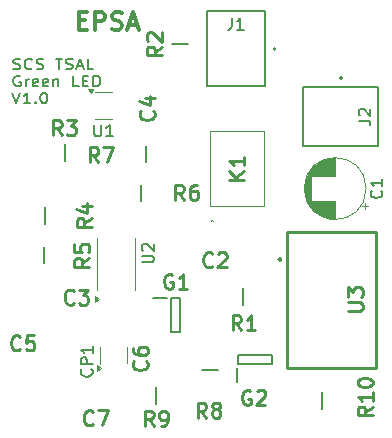
<source format=gbr>
%TF.GenerationSoftware,KiCad,Pcbnew,8.0.5*%
%TF.CreationDate,2024-10-12T23:00:01+02:00*%
%TF.ProjectId,SCS TSAL Green LED,53435320-5453-4414-9c20-477265656e20,rev?*%
%TF.SameCoordinates,Original*%
%TF.FileFunction,Legend,Top*%
%TF.FilePolarity,Positive*%
%FSLAX46Y46*%
G04 Gerber Fmt 4.6, Leading zero omitted, Abs format (unit mm)*
G04 Created by KiCad (PCBNEW 8.0.5) date 2024-10-12 23:00:01*
%MOMM*%
%LPD*%
G01*
G04 APERTURE LIST*
%ADD10C,0.150000*%
%ADD11C,0.300000*%
%ADD12C,0.254000*%
%ADD13C,0.120000*%
%ADD14C,0.127000*%
%ADD15C,0.200000*%
%ADD16C,0.100000*%
G04 APERTURE END LIST*
D10*
X71614438Y-54713061D02*
X71757295Y-54755918D01*
X71757295Y-54755918D02*
X71995390Y-54755918D01*
X71995390Y-54755918D02*
X72090628Y-54713061D01*
X72090628Y-54713061D02*
X72138247Y-54670203D01*
X72138247Y-54670203D02*
X72185866Y-54584489D01*
X72185866Y-54584489D02*
X72185866Y-54498775D01*
X72185866Y-54498775D02*
X72138247Y-54413061D01*
X72138247Y-54413061D02*
X72090628Y-54370203D01*
X72090628Y-54370203D02*
X71995390Y-54327346D01*
X71995390Y-54327346D02*
X71804914Y-54284489D01*
X71804914Y-54284489D02*
X71709676Y-54241632D01*
X71709676Y-54241632D02*
X71662057Y-54198775D01*
X71662057Y-54198775D02*
X71614438Y-54113061D01*
X71614438Y-54113061D02*
X71614438Y-54027346D01*
X71614438Y-54027346D02*
X71662057Y-53941632D01*
X71662057Y-53941632D02*
X71709676Y-53898775D01*
X71709676Y-53898775D02*
X71804914Y-53855918D01*
X71804914Y-53855918D02*
X72043009Y-53855918D01*
X72043009Y-53855918D02*
X72185866Y-53898775D01*
X73185866Y-54670203D02*
X73138247Y-54713061D01*
X73138247Y-54713061D02*
X72995390Y-54755918D01*
X72995390Y-54755918D02*
X72900152Y-54755918D01*
X72900152Y-54755918D02*
X72757295Y-54713061D01*
X72757295Y-54713061D02*
X72662057Y-54627346D01*
X72662057Y-54627346D02*
X72614438Y-54541632D01*
X72614438Y-54541632D02*
X72566819Y-54370203D01*
X72566819Y-54370203D02*
X72566819Y-54241632D01*
X72566819Y-54241632D02*
X72614438Y-54070203D01*
X72614438Y-54070203D02*
X72662057Y-53984489D01*
X72662057Y-53984489D02*
X72757295Y-53898775D01*
X72757295Y-53898775D02*
X72900152Y-53855918D01*
X72900152Y-53855918D02*
X72995390Y-53855918D01*
X72995390Y-53855918D02*
X73138247Y-53898775D01*
X73138247Y-53898775D02*
X73185866Y-53941632D01*
X73566819Y-54713061D02*
X73709676Y-54755918D01*
X73709676Y-54755918D02*
X73947771Y-54755918D01*
X73947771Y-54755918D02*
X74043009Y-54713061D01*
X74043009Y-54713061D02*
X74090628Y-54670203D01*
X74090628Y-54670203D02*
X74138247Y-54584489D01*
X74138247Y-54584489D02*
X74138247Y-54498775D01*
X74138247Y-54498775D02*
X74090628Y-54413061D01*
X74090628Y-54413061D02*
X74043009Y-54370203D01*
X74043009Y-54370203D02*
X73947771Y-54327346D01*
X73947771Y-54327346D02*
X73757295Y-54284489D01*
X73757295Y-54284489D02*
X73662057Y-54241632D01*
X73662057Y-54241632D02*
X73614438Y-54198775D01*
X73614438Y-54198775D02*
X73566819Y-54113061D01*
X73566819Y-54113061D02*
X73566819Y-54027346D01*
X73566819Y-54027346D02*
X73614438Y-53941632D01*
X73614438Y-53941632D02*
X73662057Y-53898775D01*
X73662057Y-53898775D02*
X73757295Y-53855918D01*
X73757295Y-53855918D02*
X73995390Y-53855918D01*
X73995390Y-53855918D02*
X74138247Y-53898775D01*
X75185867Y-53855918D02*
X75757295Y-53855918D01*
X75471581Y-54755918D02*
X75471581Y-53855918D01*
X76043010Y-54713061D02*
X76185867Y-54755918D01*
X76185867Y-54755918D02*
X76423962Y-54755918D01*
X76423962Y-54755918D02*
X76519200Y-54713061D01*
X76519200Y-54713061D02*
X76566819Y-54670203D01*
X76566819Y-54670203D02*
X76614438Y-54584489D01*
X76614438Y-54584489D02*
X76614438Y-54498775D01*
X76614438Y-54498775D02*
X76566819Y-54413061D01*
X76566819Y-54413061D02*
X76519200Y-54370203D01*
X76519200Y-54370203D02*
X76423962Y-54327346D01*
X76423962Y-54327346D02*
X76233486Y-54284489D01*
X76233486Y-54284489D02*
X76138248Y-54241632D01*
X76138248Y-54241632D02*
X76090629Y-54198775D01*
X76090629Y-54198775D02*
X76043010Y-54113061D01*
X76043010Y-54113061D02*
X76043010Y-54027346D01*
X76043010Y-54027346D02*
X76090629Y-53941632D01*
X76090629Y-53941632D02*
X76138248Y-53898775D01*
X76138248Y-53898775D02*
X76233486Y-53855918D01*
X76233486Y-53855918D02*
X76471581Y-53855918D01*
X76471581Y-53855918D02*
X76614438Y-53898775D01*
X76995391Y-54498775D02*
X77471581Y-54498775D01*
X76900153Y-54755918D02*
X77233486Y-53855918D01*
X77233486Y-53855918D02*
X77566819Y-54755918D01*
X78376343Y-54755918D02*
X77900153Y-54755918D01*
X77900153Y-54755918D02*
X77900153Y-53855918D01*
X72185866Y-55347725D02*
X72090628Y-55304868D01*
X72090628Y-55304868D02*
X71947771Y-55304868D01*
X71947771Y-55304868D02*
X71804914Y-55347725D01*
X71804914Y-55347725D02*
X71709676Y-55433439D01*
X71709676Y-55433439D02*
X71662057Y-55519153D01*
X71662057Y-55519153D02*
X71614438Y-55690582D01*
X71614438Y-55690582D02*
X71614438Y-55819153D01*
X71614438Y-55819153D02*
X71662057Y-55990582D01*
X71662057Y-55990582D02*
X71709676Y-56076296D01*
X71709676Y-56076296D02*
X71804914Y-56162011D01*
X71804914Y-56162011D02*
X71947771Y-56204868D01*
X71947771Y-56204868D02*
X72043009Y-56204868D01*
X72043009Y-56204868D02*
X72185866Y-56162011D01*
X72185866Y-56162011D02*
X72233485Y-56119153D01*
X72233485Y-56119153D02*
X72233485Y-55819153D01*
X72233485Y-55819153D02*
X72043009Y-55819153D01*
X72662057Y-56204868D02*
X72662057Y-55604868D01*
X72662057Y-55776296D02*
X72709676Y-55690582D01*
X72709676Y-55690582D02*
X72757295Y-55647725D01*
X72757295Y-55647725D02*
X72852533Y-55604868D01*
X72852533Y-55604868D02*
X72947771Y-55604868D01*
X73662057Y-56162011D02*
X73566819Y-56204868D01*
X73566819Y-56204868D02*
X73376343Y-56204868D01*
X73376343Y-56204868D02*
X73281105Y-56162011D01*
X73281105Y-56162011D02*
X73233486Y-56076296D01*
X73233486Y-56076296D02*
X73233486Y-55733439D01*
X73233486Y-55733439D02*
X73281105Y-55647725D01*
X73281105Y-55647725D02*
X73376343Y-55604868D01*
X73376343Y-55604868D02*
X73566819Y-55604868D01*
X73566819Y-55604868D02*
X73662057Y-55647725D01*
X73662057Y-55647725D02*
X73709676Y-55733439D01*
X73709676Y-55733439D02*
X73709676Y-55819153D01*
X73709676Y-55819153D02*
X73233486Y-55904868D01*
X74519200Y-56162011D02*
X74423962Y-56204868D01*
X74423962Y-56204868D02*
X74233486Y-56204868D01*
X74233486Y-56204868D02*
X74138248Y-56162011D01*
X74138248Y-56162011D02*
X74090629Y-56076296D01*
X74090629Y-56076296D02*
X74090629Y-55733439D01*
X74090629Y-55733439D02*
X74138248Y-55647725D01*
X74138248Y-55647725D02*
X74233486Y-55604868D01*
X74233486Y-55604868D02*
X74423962Y-55604868D01*
X74423962Y-55604868D02*
X74519200Y-55647725D01*
X74519200Y-55647725D02*
X74566819Y-55733439D01*
X74566819Y-55733439D02*
X74566819Y-55819153D01*
X74566819Y-55819153D02*
X74090629Y-55904868D01*
X74995391Y-55604868D02*
X74995391Y-56204868D01*
X74995391Y-55690582D02*
X75043010Y-55647725D01*
X75043010Y-55647725D02*
X75138248Y-55604868D01*
X75138248Y-55604868D02*
X75281105Y-55604868D01*
X75281105Y-55604868D02*
X75376343Y-55647725D01*
X75376343Y-55647725D02*
X75423962Y-55733439D01*
X75423962Y-55733439D02*
X75423962Y-56204868D01*
X77138248Y-56204868D02*
X76662058Y-56204868D01*
X76662058Y-56204868D02*
X76662058Y-55304868D01*
X77471582Y-55733439D02*
X77804915Y-55733439D01*
X77947772Y-56204868D02*
X77471582Y-56204868D01*
X77471582Y-56204868D02*
X77471582Y-55304868D01*
X77471582Y-55304868D02*
X77947772Y-55304868D01*
X78376344Y-56204868D02*
X78376344Y-55304868D01*
X78376344Y-55304868D02*
X78614439Y-55304868D01*
X78614439Y-55304868D02*
X78757296Y-55347725D01*
X78757296Y-55347725D02*
X78852534Y-55433439D01*
X78852534Y-55433439D02*
X78900153Y-55519153D01*
X78900153Y-55519153D02*
X78947772Y-55690582D01*
X78947772Y-55690582D02*
X78947772Y-55819153D01*
X78947772Y-55819153D02*
X78900153Y-55990582D01*
X78900153Y-55990582D02*
X78852534Y-56076296D01*
X78852534Y-56076296D02*
X78757296Y-56162011D01*
X78757296Y-56162011D02*
X78614439Y-56204868D01*
X78614439Y-56204868D02*
X78376344Y-56204868D01*
X71519200Y-56753818D02*
X71852533Y-57653818D01*
X71852533Y-57653818D02*
X72185866Y-56753818D01*
X73043009Y-57653818D02*
X72471581Y-57653818D01*
X72757295Y-57653818D02*
X72757295Y-56753818D01*
X72757295Y-56753818D02*
X72662057Y-56882389D01*
X72662057Y-56882389D02*
X72566819Y-56968103D01*
X72566819Y-56968103D02*
X72471581Y-57010961D01*
X73471581Y-57568103D02*
X73519200Y-57610961D01*
X73519200Y-57610961D02*
X73471581Y-57653818D01*
X73471581Y-57653818D02*
X73423962Y-57610961D01*
X73423962Y-57610961D02*
X73471581Y-57568103D01*
X73471581Y-57568103D02*
X73471581Y-57653818D01*
X74138247Y-56753818D02*
X74233485Y-56753818D01*
X74233485Y-56753818D02*
X74328723Y-56796675D01*
X74328723Y-56796675D02*
X74376342Y-56839532D01*
X74376342Y-56839532D02*
X74423961Y-56925246D01*
X74423961Y-56925246D02*
X74471580Y-57096675D01*
X74471580Y-57096675D02*
X74471580Y-57310961D01*
X74471580Y-57310961D02*
X74423961Y-57482389D01*
X74423961Y-57482389D02*
X74376342Y-57568103D01*
X74376342Y-57568103D02*
X74328723Y-57610961D01*
X74328723Y-57610961D02*
X74233485Y-57653818D01*
X74233485Y-57653818D02*
X74138247Y-57653818D01*
X74138247Y-57653818D02*
X74043009Y-57610961D01*
X74043009Y-57610961D02*
X73995390Y-57568103D01*
X73995390Y-57568103D02*
X73947771Y-57482389D01*
X73947771Y-57482389D02*
X73900152Y-57310961D01*
X73900152Y-57310961D02*
X73900152Y-57096675D01*
X73900152Y-57096675D02*
X73947771Y-56925246D01*
X73947771Y-56925246D02*
X73995390Y-56839532D01*
X73995390Y-56839532D02*
X74043009Y-56796675D01*
X74043009Y-56796675D02*
X74138247Y-56753818D01*
D11*
X77160910Y-50627914D02*
X77660910Y-50627914D01*
X77875196Y-51413628D02*
X77160910Y-51413628D01*
X77160910Y-51413628D02*
X77160910Y-49913628D01*
X77160910Y-49913628D02*
X77875196Y-49913628D01*
X78518053Y-51413628D02*
X78518053Y-49913628D01*
X78518053Y-49913628D02*
X79089482Y-49913628D01*
X79089482Y-49913628D02*
X79232339Y-49985057D01*
X79232339Y-49985057D02*
X79303768Y-50056485D01*
X79303768Y-50056485D02*
X79375196Y-50199342D01*
X79375196Y-50199342D02*
X79375196Y-50413628D01*
X79375196Y-50413628D02*
X79303768Y-50556485D01*
X79303768Y-50556485D02*
X79232339Y-50627914D01*
X79232339Y-50627914D02*
X79089482Y-50699342D01*
X79089482Y-50699342D02*
X78518053Y-50699342D01*
X79946625Y-51342200D02*
X80160911Y-51413628D01*
X80160911Y-51413628D02*
X80518053Y-51413628D01*
X80518053Y-51413628D02*
X80660911Y-51342200D01*
X80660911Y-51342200D02*
X80732339Y-51270771D01*
X80732339Y-51270771D02*
X80803768Y-51127914D01*
X80803768Y-51127914D02*
X80803768Y-50985057D01*
X80803768Y-50985057D02*
X80732339Y-50842200D01*
X80732339Y-50842200D02*
X80660911Y-50770771D01*
X80660911Y-50770771D02*
X80518053Y-50699342D01*
X80518053Y-50699342D02*
X80232339Y-50627914D01*
X80232339Y-50627914D02*
X80089482Y-50556485D01*
X80089482Y-50556485D02*
X80018053Y-50485057D01*
X80018053Y-50485057D02*
X79946625Y-50342200D01*
X79946625Y-50342200D02*
X79946625Y-50199342D01*
X79946625Y-50199342D02*
X80018053Y-50056485D01*
X80018053Y-50056485D02*
X80089482Y-49985057D01*
X80089482Y-49985057D02*
X80232339Y-49913628D01*
X80232339Y-49913628D02*
X80589482Y-49913628D01*
X80589482Y-49913628D02*
X80803768Y-49985057D01*
X81375196Y-50985057D02*
X82089482Y-50985057D01*
X81232339Y-51413628D02*
X81732339Y-49913628D01*
X81732339Y-49913628D02*
X82232339Y-51413628D01*
D12*
X88461811Y-71407726D02*
X88401335Y-71468203D01*
X88401335Y-71468203D02*
X88219906Y-71528679D01*
X88219906Y-71528679D02*
X88098954Y-71528679D01*
X88098954Y-71528679D02*
X87917525Y-71468203D01*
X87917525Y-71468203D02*
X87796573Y-71347250D01*
X87796573Y-71347250D02*
X87736096Y-71226298D01*
X87736096Y-71226298D02*
X87675620Y-70984393D01*
X87675620Y-70984393D02*
X87675620Y-70802964D01*
X87675620Y-70802964D02*
X87736096Y-70561060D01*
X87736096Y-70561060D02*
X87796573Y-70440107D01*
X87796573Y-70440107D02*
X87917525Y-70319155D01*
X87917525Y-70319155D02*
X88098954Y-70258679D01*
X88098954Y-70258679D02*
X88219906Y-70258679D01*
X88219906Y-70258679D02*
X88401335Y-70319155D01*
X88401335Y-70319155D02*
X88461811Y-70379631D01*
X88945620Y-70379631D02*
X89006096Y-70319155D01*
X89006096Y-70319155D02*
X89127049Y-70258679D01*
X89127049Y-70258679D02*
X89429430Y-70258679D01*
X89429430Y-70258679D02*
X89550382Y-70319155D01*
X89550382Y-70319155D02*
X89610858Y-70379631D01*
X89610858Y-70379631D02*
X89671335Y-70500583D01*
X89671335Y-70500583D02*
X89671335Y-70621536D01*
X89671335Y-70621536D02*
X89610858Y-70802964D01*
X89610858Y-70802964D02*
X88885144Y-71528679D01*
X88885144Y-71528679D02*
X89671335Y-71528679D01*
X82860243Y-79446427D02*
X82920720Y-79506903D01*
X82920720Y-79506903D02*
X82981196Y-79688332D01*
X82981196Y-79688332D02*
X82981196Y-79809284D01*
X82981196Y-79809284D02*
X82920720Y-79990713D01*
X82920720Y-79990713D02*
X82799767Y-80111665D01*
X82799767Y-80111665D02*
X82678815Y-80172142D01*
X82678815Y-80172142D02*
X82436910Y-80232618D01*
X82436910Y-80232618D02*
X82255481Y-80232618D01*
X82255481Y-80232618D02*
X82013577Y-80172142D01*
X82013577Y-80172142D02*
X81892624Y-80111665D01*
X81892624Y-80111665D02*
X81771672Y-79990713D01*
X81771672Y-79990713D02*
X81711196Y-79809284D01*
X81711196Y-79809284D02*
X81711196Y-79688332D01*
X81711196Y-79688332D02*
X81771672Y-79506903D01*
X81771672Y-79506903D02*
X81832148Y-79446427D01*
X81711196Y-78357856D02*
X81711196Y-78599761D01*
X81711196Y-78599761D02*
X81771672Y-78720713D01*
X81771672Y-78720713D02*
X81832148Y-78781189D01*
X81832148Y-78781189D02*
X82013577Y-78902142D01*
X82013577Y-78902142D02*
X82255481Y-78962618D01*
X82255481Y-78962618D02*
X82739291Y-78962618D01*
X82739291Y-78962618D02*
X82860243Y-78902142D01*
X82860243Y-78902142D02*
X82920720Y-78841665D01*
X82920720Y-78841665D02*
X82981196Y-78720713D01*
X82981196Y-78720713D02*
X82981196Y-78478808D01*
X82981196Y-78478808D02*
X82920720Y-78357856D01*
X82920720Y-78357856D02*
X82860243Y-78297380D01*
X82860243Y-78297380D02*
X82739291Y-78236903D01*
X82739291Y-78236903D02*
X82436910Y-78236903D01*
X82436910Y-78236903D02*
X82315958Y-78297380D01*
X82315958Y-78297380D02*
X82255481Y-78357856D01*
X82255481Y-78357856D02*
X82195005Y-78478808D01*
X82195005Y-78478808D02*
X82195005Y-78720713D01*
X82195005Y-78720713D02*
X82255481Y-78841665D01*
X82255481Y-78841665D02*
X82315958Y-78902142D01*
X82315958Y-78902142D02*
X82436910Y-78962618D01*
D10*
X78212858Y-80155427D02*
X78260478Y-80203046D01*
X78260478Y-80203046D02*
X78308097Y-80345903D01*
X78308097Y-80345903D02*
X78308097Y-80441141D01*
X78308097Y-80441141D02*
X78260478Y-80583998D01*
X78260478Y-80583998D02*
X78165239Y-80679236D01*
X78165239Y-80679236D02*
X78070001Y-80726855D01*
X78070001Y-80726855D02*
X77879525Y-80774474D01*
X77879525Y-80774474D02*
X77736668Y-80774474D01*
X77736668Y-80774474D02*
X77546192Y-80726855D01*
X77546192Y-80726855D02*
X77450954Y-80679236D01*
X77450954Y-80679236D02*
X77355716Y-80583998D01*
X77355716Y-80583998D02*
X77308097Y-80441141D01*
X77308097Y-80441141D02*
X77308097Y-80345903D01*
X77308097Y-80345903D02*
X77355716Y-80203046D01*
X77355716Y-80203046D02*
X77403335Y-80155427D01*
X78308097Y-79726855D02*
X77308097Y-79726855D01*
X77308097Y-79726855D02*
X77308097Y-79345903D01*
X77308097Y-79345903D02*
X77355716Y-79250665D01*
X77355716Y-79250665D02*
X77403335Y-79203046D01*
X77403335Y-79203046D02*
X77498573Y-79155427D01*
X77498573Y-79155427D02*
X77641430Y-79155427D01*
X77641430Y-79155427D02*
X77736668Y-79203046D01*
X77736668Y-79203046D02*
X77784287Y-79250665D01*
X77784287Y-79250665D02*
X77831906Y-79345903D01*
X77831906Y-79345903D02*
X77831906Y-79726855D01*
X78308097Y-78203046D02*
X78308097Y-78774474D01*
X78308097Y-78488760D02*
X77308097Y-78488760D01*
X77308097Y-78488760D02*
X77450954Y-78583998D01*
X77450954Y-78583998D02*
X77546192Y-78679236D01*
X77546192Y-78679236D02*
X77593811Y-78774474D01*
X78462773Y-59436380D02*
X78462773Y-60245903D01*
X78462773Y-60245903D02*
X78510392Y-60341141D01*
X78510392Y-60341141D02*
X78558011Y-60388761D01*
X78558011Y-60388761D02*
X78653249Y-60436380D01*
X78653249Y-60436380D02*
X78843725Y-60436380D01*
X78843725Y-60436380D02*
X78938963Y-60388761D01*
X78938963Y-60388761D02*
X78986582Y-60341141D01*
X78986582Y-60341141D02*
X79034201Y-60245903D01*
X79034201Y-60245903D02*
X79034201Y-59436380D01*
X80034201Y-60436380D02*
X79462773Y-60436380D01*
X79748487Y-60436380D02*
X79748487Y-59436380D01*
X79748487Y-59436380D02*
X79653249Y-59579237D01*
X79653249Y-59579237D02*
X79558011Y-59674475D01*
X79558011Y-59674475D02*
X79462773Y-59722094D01*
X100828297Y-59095694D02*
X101542582Y-59095694D01*
X101542582Y-59095694D02*
X101685439Y-59143313D01*
X101685439Y-59143313D02*
X101780678Y-59238551D01*
X101780678Y-59238551D02*
X101828297Y-59381408D01*
X101828297Y-59381408D02*
X101828297Y-59476646D01*
X100923535Y-58667122D02*
X100875916Y-58619503D01*
X100875916Y-58619503D02*
X100828297Y-58524265D01*
X100828297Y-58524265D02*
X100828297Y-58286170D01*
X100828297Y-58286170D02*
X100875916Y-58190932D01*
X100875916Y-58190932D02*
X100923535Y-58143313D01*
X100923535Y-58143313D02*
X101018773Y-58095694D01*
X101018773Y-58095694D02*
X101114011Y-58095694D01*
X101114011Y-58095694D02*
X101256868Y-58143313D01*
X101256868Y-58143313D02*
X101828297Y-58714741D01*
X101828297Y-58714741D02*
X101828297Y-58095694D01*
D12*
X91152796Y-64099742D02*
X89882796Y-64099742D01*
X91152796Y-63374027D02*
X90427081Y-63918313D01*
X89882796Y-63374027D02*
X90608510Y-64099742D01*
X91152796Y-62164503D02*
X91152796Y-62890218D01*
X91152796Y-62527361D02*
X89882796Y-62527361D01*
X89882796Y-62527361D02*
X90064224Y-62648313D01*
X90064224Y-62648313D02*
X90185177Y-62769265D01*
X90185177Y-62769265D02*
X90245653Y-62890218D01*
D10*
X90118144Y-50393980D02*
X90118144Y-51108265D01*
X90118144Y-51108265D02*
X90070525Y-51251122D01*
X90070525Y-51251122D02*
X89975287Y-51346361D01*
X89975287Y-51346361D02*
X89832430Y-51393980D01*
X89832430Y-51393980D02*
X89737192Y-51393980D01*
X91118144Y-51393980D02*
X90546716Y-51393980D01*
X90832430Y-51393980D02*
X90832430Y-50393980D01*
X90832430Y-50393980D02*
X90737192Y-50536837D01*
X90737192Y-50536837D02*
X90641954Y-50632075D01*
X90641954Y-50632075D02*
X90546716Y-50679694D01*
D12*
X99915796Y-75223980D02*
X100943891Y-75223980D01*
X100943891Y-75223980D02*
X101064843Y-75163503D01*
X101064843Y-75163503D02*
X101125320Y-75103027D01*
X101125320Y-75103027D02*
X101185796Y-74982075D01*
X101185796Y-74982075D02*
X101185796Y-74740170D01*
X101185796Y-74740170D02*
X101125320Y-74619218D01*
X101125320Y-74619218D02*
X101064843Y-74558741D01*
X101064843Y-74558741D02*
X100943891Y-74498265D01*
X100943891Y-74498265D02*
X99915796Y-74498265D01*
X99915796Y-74014456D02*
X99915796Y-73228265D01*
X99915796Y-73228265D02*
X100399605Y-73651599D01*
X100399605Y-73651599D02*
X100399605Y-73470170D01*
X100399605Y-73470170D02*
X100460081Y-73349218D01*
X100460081Y-73349218D02*
X100520558Y-73288742D01*
X100520558Y-73288742D02*
X100641510Y-73228265D01*
X100641510Y-73228265D02*
X100943891Y-73228265D01*
X100943891Y-73228265D02*
X101064843Y-73288742D01*
X101064843Y-73288742D02*
X101125320Y-73349218D01*
X101125320Y-73349218D02*
X101185796Y-73470170D01*
X101185796Y-73470170D02*
X101185796Y-73833027D01*
X101185796Y-73833027D02*
X101125320Y-73953980D01*
X101125320Y-73953980D02*
X101064843Y-74014456D01*
X83437243Y-58262827D02*
X83497720Y-58323303D01*
X83497720Y-58323303D02*
X83558196Y-58504732D01*
X83558196Y-58504732D02*
X83558196Y-58625684D01*
X83558196Y-58625684D02*
X83497720Y-58807113D01*
X83497720Y-58807113D02*
X83376767Y-58928065D01*
X83376767Y-58928065D02*
X83255815Y-58988542D01*
X83255815Y-58988542D02*
X83013910Y-59049018D01*
X83013910Y-59049018D02*
X82832481Y-59049018D01*
X82832481Y-59049018D02*
X82590577Y-58988542D01*
X82590577Y-58988542D02*
X82469624Y-58928065D01*
X82469624Y-58928065D02*
X82348672Y-58807113D01*
X82348672Y-58807113D02*
X82288196Y-58625684D01*
X82288196Y-58625684D02*
X82288196Y-58504732D01*
X82288196Y-58504732D02*
X82348672Y-58323303D01*
X82348672Y-58323303D02*
X82409148Y-58262827D01*
X82711529Y-57174256D02*
X83558196Y-57174256D01*
X82227720Y-57476637D02*
X83134862Y-57779018D01*
X83134862Y-57779018D02*
X83134862Y-56992827D01*
X75685611Y-60352679D02*
X75262277Y-59747917D01*
X74959896Y-60352679D02*
X74959896Y-59082679D01*
X74959896Y-59082679D02*
X75443706Y-59082679D01*
X75443706Y-59082679D02*
X75564658Y-59143155D01*
X75564658Y-59143155D02*
X75625135Y-59203631D01*
X75625135Y-59203631D02*
X75685611Y-59324583D01*
X75685611Y-59324583D02*
X75685611Y-59506012D01*
X75685611Y-59506012D02*
X75625135Y-59626964D01*
X75625135Y-59626964D02*
X75564658Y-59687441D01*
X75564658Y-59687441D02*
X75443706Y-59747917D01*
X75443706Y-59747917D02*
X74959896Y-59747917D01*
X76108944Y-59082679D02*
X76895135Y-59082679D01*
X76895135Y-59082679D02*
X76471801Y-59566488D01*
X76471801Y-59566488D02*
X76653230Y-59566488D01*
X76653230Y-59566488D02*
X76774182Y-59626964D01*
X76774182Y-59626964D02*
X76834658Y-59687441D01*
X76834658Y-59687441D02*
X76895135Y-59808393D01*
X76895135Y-59808393D02*
X76895135Y-60110774D01*
X76895135Y-60110774D02*
X76834658Y-60231726D01*
X76834658Y-60231726D02*
X76774182Y-60292203D01*
X76774182Y-60292203D02*
X76653230Y-60352679D01*
X76653230Y-60352679D02*
X76290373Y-60352679D01*
X76290373Y-60352679D02*
X76169420Y-60292203D01*
X76169420Y-60292203D02*
X76108944Y-60231726D01*
X83483411Y-84965279D02*
X83060077Y-84360517D01*
X82757696Y-84965279D02*
X82757696Y-83695279D01*
X82757696Y-83695279D02*
X83241506Y-83695279D01*
X83241506Y-83695279D02*
X83362458Y-83755755D01*
X83362458Y-83755755D02*
X83422935Y-83816231D01*
X83422935Y-83816231D02*
X83483411Y-83937183D01*
X83483411Y-83937183D02*
X83483411Y-84118612D01*
X83483411Y-84118612D02*
X83422935Y-84239564D01*
X83422935Y-84239564D02*
X83362458Y-84300041D01*
X83362458Y-84300041D02*
X83241506Y-84360517D01*
X83241506Y-84360517D02*
X82757696Y-84360517D01*
X84088173Y-84965279D02*
X84330077Y-84965279D01*
X84330077Y-84965279D02*
X84451030Y-84904803D01*
X84451030Y-84904803D02*
X84511506Y-84844326D01*
X84511506Y-84844326D02*
X84632458Y-84662898D01*
X84632458Y-84662898D02*
X84692935Y-84420993D01*
X84692935Y-84420993D02*
X84692935Y-83937183D01*
X84692935Y-83937183D02*
X84632458Y-83816231D01*
X84632458Y-83816231D02*
X84571982Y-83755755D01*
X84571982Y-83755755D02*
X84451030Y-83695279D01*
X84451030Y-83695279D02*
X84209125Y-83695279D01*
X84209125Y-83695279D02*
X84088173Y-83755755D01*
X84088173Y-83755755D02*
X84027696Y-83816231D01*
X84027696Y-83816231D02*
X83967220Y-83937183D01*
X83967220Y-83937183D02*
X83967220Y-84239564D01*
X83967220Y-84239564D02*
X84027696Y-84360517D01*
X84027696Y-84360517D02*
X84088173Y-84420993D01*
X84088173Y-84420993D02*
X84209125Y-84481469D01*
X84209125Y-84481469D02*
X84451030Y-84481469D01*
X84451030Y-84481469D02*
X84571982Y-84420993D01*
X84571982Y-84420993D02*
X84632458Y-84360517D01*
X84632458Y-84360517D02*
X84692935Y-84239564D01*
X78224196Y-67381427D02*
X77619434Y-67804761D01*
X78224196Y-68107142D02*
X76954196Y-68107142D01*
X76954196Y-68107142D02*
X76954196Y-67623332D01*
X76954196Y-67623332D02*
X77014672Y-67502380D01*
X77014672Y-67502380D02*
X77075148Y-67441903D01*
X77075148Y-67441903D02*
X77196100Y-67381427D01*
X77196100Y-67381427D02*
X77377529Y-67381427D01*
X77377529Y-67381427D02*
X77498481Y-67441903D01*
X77498481Y-67441903D02*
X77558958Y-67502380D01*
X77558958Y-67502380D02*
X77619434Y-67623332D01*
X77619434Y-67623332D02*
X77619434Y-68107142D01*
X77377529Y-66292856D02*
X78224196Y-66292856D01*
X76893720Y-66595237D02*
X77800862Y-66897618D01*
X77800862Y-66897618D02*
X77800862Y-66111427D01*
X102023996Y-83327789D02*
X101419234Y-83751123D01*
X102023996Y-84053504D02*
X100753996Y-84053504D01*
X100753996Y-84053504D02*
X100753996Y-83569694D01*
X100753996Y-83569694D02*
X100814472Y-83448742D01*
X100814472Y-83448742D02*
X100874948Y-83388265D01*
X100874948Y-83388265D02*
X100995900Y-83327789D01*
X100995900Y-83327789D02*
X101177329Y-83327789D01*
X101177329Y-83327789D02*
X101298281Y-83388265D01*
X101298281Y-83388265D02*
X101358758Y-83448742D01*
X101358758Y-83448742D02*
X101419234Y-83569694D01*
X101419234Y-83569694D02*
X101419234Y-84053504D01*
X102023996Y-82118265D02*
X102023996Y-82843980D01*
X102023996Y-82481123D02*
X100753996Y-82481123D01*
X100753996Y-82481123D02*
X100935424Y-82602075D01*
X100935424Y-82602075D02*
X101056377Y-82723027D01*
X101056377Y-82723027D02*
X101116853Y-82843980D01*
X100753996Y-81332075D02*
X100753996Y-81211122D01*
X100753996Y-81211122D02*
X100814472Y-81090170D01*
X100814472Y-81090170D02*
X100874948Y-81029694D01*
X100874948Y-81029694D02*
X100995900Y-80969218D01*
X100995900Y-80969218D02*
X101237805Y-80908741D01*
X101237805Y-80908741D02*
X101540186Y-80908741D01*
X101540186Y-80908741D02*
X101782091Y-80969218D01*
X101782091Y-80969218D02*
X101903043Y-81029694D01*
X101903043Y-81029694D02*
X101963520Y-81090170D01*
X101963520Y-81090170D02*
X102023996Y-81211122D01*
X102023996Y-81211122D02*
X102023996Y-81332075D01*
X102023996Y-81332075D02*
X101963520Y-81453027D01*
X101963520Y-81453027D02*
X101903043Y-81513503D01*
X101903043Y-81513503D02*
X101782091Y-81573980D01*
X101782091Y-81573980D02*
X101540186Y-81634456D01*
X101540186Y-81634456D02*
X101237805Y-81634456D01*
X101237805Y-81634456D02*
X100995900Y-81573980D01*
X100995900Y-81573980D02*
X100874948Y-81513503D01*
X100874948Y-81513503D02*
X100814472Y-81453027D01*
X100814472Y-81453027D02*
X100753996Y-81332075D01*
X78046396Y-70734227D02*
X77441634Y-71157561D01*
X78046396Y-71459942D02*
X76776396Y-71459942D01*
X76776396Y-71459942D02*
X76776396Y-70976132D01*
X76776396Y-70976132D02*
X76836872Y-70855180D01*
X76836872Y-70855180D02*
X76897348Y-70794703D01*
X76897348Y-70794703D02*
X77018300Y-70734227D01*
X77018300Y-70734227D02*
X77199729Y-70734227D01*
X77199729Y-70734227D02*
X77320681Y-70794703D01*
X77320681Y-70794703D02*
X77381158Y-70855180D01*
X77381158Y-70855180D02*
X77441634Y-70976132D01*
X77441634Y-70976132D02*
X77441634Y-71459942D01*
X76776396Y-69585180D02*
X76776396Y-70189942D01*
X76776396Y-70189942D02*
X77381158Y-70250418D01*
X77381158Y-70250418D02*
X77320681Y-70189942D01*
X77320681Y-70189942D02*
X77260205Y-70068989D01*
X77260205Y-70068989D02*
X77260205Y-69766608D01*
X77260205Y-69766608D02*
X77320681Y-69645656D01*
X77320681Y-69645656D02*
X77381158Y-69585180D01*
X77381158Y-69585180D02*
X77502110Y-69524703D01*
X77502110Y-69524703D02*
X77804491Y-69524703D01*
X77804491Y-69524703D02*
X77925443Y-69585180D01*
X77925443Y-69585180D02*
X77985920Y-69645656D01*
X77985920Y-69645656D02*
X78046396Y-69766608D01*
X78046396Y-69766608D02*
X78046396Y-70068989D01*
X78046396Y-70068989D02*
X77985920Y-70189942D01*
X77985920Y-70189942D02*
X77925443Y-70250418D01*
D10*
X102749058Y-65025027D02*
X102796678Y-65072646D01*
X102796678Y-65072646D02*
X102844297Y-65215503D01*
X102844297Y-65215503D02*
X102844297Y-65310741D01*
X102844297Y-65310741D02*
X102796678Y-65453598D01*
X102796678Y-65453598D02*
X102701439Y-65548836D01*
X102701439Y-65548836D02*
X102606201Y-65596455D01*
X102606201Y-65596455D02*
X102415725Y-65644074D01*
X102415725Y-65644074D02*
X102272868Y-65644074D01*
X102272868Y-65644074D02*
X102082392Y-65596455D01*
X102082392Y-65596455D02*
X101987154Y-65548836D01*
X101987154Y-65548836D02*
X101891916Y-65453598D01*
X101891916Y-65453598D02*
X101844297Y-65310741D01*
X101844297Y-65310741D02*
X101844297Y-65215503D01*
X101844297Y-65215503D02*
X101891916Y-65072646D01*
X101891916Y-65072646D02*
X101939535Y-65025027D01*
X102844297Y-64072646D02*
X102844297Y-64644074D01*
X102844297Y-64358360D02*
X101844297Y-64358360D01*
X101844297Y-64358360D02*
X101987154Y-64453598D01*
X101987154Y-64453598D02*
X102082392Y-64548836D01*
X102082392Y-64548836D02*
X102130011Y-64644074D01*
X82489497Y-71106665D02*
X83299020Y-71106665D01*
X83299020Y-71106665D02*
X83394258Y-71059046D01*
X83394258Y-71059046D02*
X83441878Y-71011427D01*
X83441878Y-71011427D02*
X83489497Y-70916189D01*
X83489497Y-70916189D02*
X83489497Y-70725713D01*
X83489497Y-70725713D02*
X83441878Y-70630475D01*
X83441878Y-70630475D02*
X83394258Y-70582856D01*
X83394258Y-70582856D02*
X83299020Y-70535237D01*
X83299020Y-70535237D02*
X82489497Y-70535237D01*
X82584735Y-70106665D02*
X82537116Y-70059046D01*
X82537116Y-70059046D02*
X82489497Y-69963808D01*
X82489497Y-69963808D02*
X82489497Y-69725713D01*
X82489497Y-69725713D02*
X82537116Y-69630475D01*
X82537116Y-69630475D02*
X82584735Y-69582856D01*
X82584735Y-69582856D02*
X82679973Y-69535237D01*
X82679973Y-69535237D02*
X82775211Y-69535237D01*
X82775211Y-69535237D02*
X82918068Y-69582856D01*
X82918068Y-69582856D02*
X83489497Y-70154284D01*
X83489497Y-70154284D02*
X83489497Y-69535237D01*
D12*
X78809811Y-62638679D02*
X78386477Y-62033917D01*
X78084096Y-62638679D02*
X78084096Y-61368679D01*
X78084096Y-61368679D02*
X78567906Y-61368679D01*
X78567906Y-61368679D02*
X78688858Y-61429155D01*
X78688858Y-61429155D02*
X78749335Y-61489631D01*
X78749335Y-61489631D02*
X78809811Y-61610583D01*
X78809811Y-61610583D02*
X78809811Y-61792012D01*
X78809811Y-61792012D02*
X78749335Y-61912964D01*
X78749335Y-61912964D02*
X78688858Y-61973441D01*
X78688858Y-61973441D02*
X78567906Y-62033917D01*
X78567906Y-62033917D02*
X78084096Y-62033917D01*
X79233144Y-61368679D02*
X80079811Y-61368679D01*
X80079811Y-61368679D02*
X79535525Y-62638679D01*
X86048811Y-65813679D02*
X85625477Y-65208917D01*
X85323096Y-65813679D02*
X85323096Y-64543679D01*
X85323096Y-64543679D02*
X85806906Y-64543679D01*
X85806906Y-64543679D02*
X85927858Y-64604155D01*
X85927858Y-64604155D02*
X85988335Y-64664631D01*
X85988335Y-64664631D02*
X86048811Y-64785583D01*
X86048811Y-64785583D02*
X86048811Y-64967012D01*
X86048811Y-64967012D02*
X85988335Y-65087964D01*
X85988335Y-65087964D02*
X85927858Y-65148441D01*
X85927858Y-65148441D02*
X85806906Y-65208917D01*
X85806906Y-65208917D02*
X85323096Y-65208917D01*
X87137382Y-64543679D02*
X86895477Y-64543679D01*
X86895477Y-64543679D02*
X86774525Y-64604155D01*
X86774525Y-64604155D02*
X86714049Y-64664631D01*
X86714049Y-64664631D02*
X86593096Y-64846060D01*
X86593096Y-64846060D02*
X86532620Y-65087964D01*
X86532620Y-65087964D02*
X86532620Y-65571774D01*
X86532620Y-65571774D02*
X86593096Y-65692726D01*
X86593096Y-65692726D02*
X86653573Y-65753203D01*
X86653573Y-65753203D02*
X86774525Y-65813679D01*
X86774525Y-65813679D02*
X87016430Y-65813679D01*
X87016430Y-65813679D02*
X87137382Y-65753203D01*
X87137382Y-65753203D02*
X87197858Y-65692726D01*
X87197858Y-65692726D02*
X87258335Y-65571774D01*
X87258335Y-65571774D02*
X87258335Y-65269393D01*
X87258335Y-65269393D02*
X87197858Y-65148441D01*
X87197858Y-65148441D02*
X87137382Y-65087964D01*
X87137382Y-65087964D02*
X87016430Y-65027488D01*
X87016430Y-65027488D02*
X86774525Y-65027488D01*
X86774525Y-65027488D02*
X86653573Y-65087964D01*
X86653573Y-65087964D02*
X86593096Y-65148441D01*
X86593096Y-65148441D02*
X86532620Y-65269393D01*
X84167796Y-52840726D02*
X83563034Y-53264060D01*
X84167796Y-53566441D02*
X82897796Y-53566441D01*
X82897796Y-53566441D02*
X82897796Y-53082631D01*
X82897796Y-53082631D02*
X82958272Y-52961679D01*
X82958272Y-52961679D02*
X83018748Y-52901202D01*
X83018748Y-52901202D02*
X83139700Y-52840726D01*
X83139700Y-52840726D02*
X83321129Y-52840726D01*
X83321129Y-52840726D02*
X83442081Y-52901202D01*
X83442081Y-52901202D02*
X83502558Y-52961679D01*
X83502558Y-52961679D02*
X83563034Y-53082631D01*
X83563034Y-53082631D02*
X83563034Y-53566441D01*
X83018748Y-52356917D02*
X82958272Y-52296441D01*
X82958272Y-52296441D02*
X82897796Y-52175488D01*
X82897796Y-52175488D02*
X82897796Y-51873107D01*
X82897796Y-51873107D02*
X82958272Y-51752155D01*
X82958272Y-51752155D02*
X83018748Y-51691679D01*
X83018748Y-51691679D02*
X83139700Y-51631202D01*
X83139700Y-51631202D02*
X83260653Y-51631202D01*
X83260653Y-51631202D02*
X83442081Y-51691679D01*
X83442081Y-51691679D02*
X84167796Y-52417393D01*
X84167796Y-52417393D02*
X84167796Y-51631202D01*
X87928411Y-84254079D02*
X87505077Y-83649317D01*
X87202696Y-84254079D02*
X87202696Y-82984079D01*
X87202696Y-82984079D02*
X87686506Y-82984079D01*
X87686506Y-82984079D02*
X87807458Y-83044555D01*
X87807458Y-83044555D02*
X87867935Y-83105031D01*
X87867935Y-83105031D02*
X87928411Y-83225983D01*
X87928411Y-83225983D02*
X87928411Y-83407412D01*
X87928411Y-83407412D02*
X87867935Y-83528364D01*
X87867935Y-83528364D02*
X87807458Y-83588841D01*
X87807458Y-83588841D02*
X87686506Y-83649317D01*
X87686506Y-83649317D02*
X87202696Y-83649317D01*
X88654125Y-83528364D02*
X88533173Y-83467888D01*
X88533173Y-83467888D02*
X88472696Y-83407412D01*
X88472696Y-83407412D02*
X88412220Y-83286460D01*
X88412220Y-83286460D02*
X88412220Y-83225983D01*
X88412220Y-83225983D02*
X88472696Y-83105031D01*
X88472696Y-83105031D02*
X88533173Y-83044555D01*
X88533173Y-83044555D02*
X88654125Y-82984079D01*
X88654125Y-82984079D02*
X88896030Y-82984079D01*
X88896030Y-82984079D02*
X89016982Y-83044555D01*
X89016982Y-83044555D02*
X89077458Y-83105031D01*
X89077458Y-83105031D02*
X89137935Y-83225983D01*
X89137935Y-83225983D02*
X89137935Y-83286460D01*
X89137935Y-83286460D02*
X89077458Y-83407412D01*
X89077458Y-83407412D02*
X89016982Y-83467888D01*
X89016982Y-83467888D02*
X88896030Y-83528364D01*
X88896030Y-83528364D02*
X88654125Y-83528364D01*
X88654125Y-83528364D02*
X88533173Y-83588841D01*
X88533173Y-83588841D02*
X88472696Y-83649317D01*
X88472696Y-83649317D02*
X88412220Y-83770269D01*
X88412220Y-83770269D02*
X88412220Y-84012174D01*
X88412220Y-84012174D02*
X88472696Y-84133126D01*
X88472696Y-84133126D02*
X88533173Y-84193603D01*
X88533173Y-84193603D02*
X88654125Y-84254079D01*
X88654125Y-84254079D02*
X88896030Y-84254079D01*
X88896030Y-84254079D02*
X89016982Y-84193603D01*
X89016982Y-84193603D02*
X89077458Y-84133126D01*
X89077458Y-84133126D02*
X89137935Y-84012174D01*
X89137935Y-84012174D02*
X89137935Y-83770269D01*
X89137935Y-83770269D02*
X89077458Y-83649317D01*
X89077458Y-83649317D02*
X89016982Y-83588841D01*
X89016982Y-83588841D02*
X88896030Y-83528364D01*
X76727011Y-74557326D02*
X76666535Y-74617803D01*
X76666535Y-74617803D02*
X76485106Y-74678279D01*
X76485106Y-74678279D02*
X76364154Y-74678279D01*
X76364154Y-74678279D02*
X76182725Y-74617803D01*
X76182725Y-74617803D02*
X76061773Y-74496850D01*
X76061773Y-74496850D02*
X76001296Y-74375898D01*
X76001296Y-74375898D02*
X75940820Y-74133993D01*
X75940820Y-74133993D02*
X75940820Y-73952564D01*
X75940820Y-73952564D02*
X76001296Y-73710660D01*
X76001296Y-73710660D02*
X76061773Y-73589707D01*
X76061773Y-73589707D02*
X76182725Y-73468755D01*
X76182725Y-73468755D02*
X76364154Y-73408279D01*
X76364154Y-73408279D02*
X76485106Y-73408279D01*
X76485106Y-73408279D02*
X76666535Y-73468755D01*
X76666535Y-73468755D02*
X76727011Y-73529231D01*
X77150344Y-73408279D02*
X77936535Y-73408279D01*
X77936535Y-73408279D02*
X77513201Y-73892088D01*
X77513201Y-73892088D02*
X77694630Y-73892088D01*
X77694630Y-73892088D02*
X77815582Y-73952564D01*
X77815582Y-73952564D02*
X77876058Y-74013041D01*
X77876058Y-74013041D02*
X77936535Y-74133993D01*
X77936535Y-74133993D02*
X77936535Y-74436374D01*
X77936535Y-74436374D02*
X77876058Y-74557326D01*
X77876058Y-74557326D02*
X77815582Y-74617803D01*
X77815582Y-74617803D02*
X77694630Y-74678279D01*
X77694630Y-74678279D02*
X77331773Y-74678279D01*
X77331773Y-74678279D02*
X77210820Y-74617803D01*
X77210820Y-74617803D02*
X77150344Y-74557326D01*
X72180411Y-78443526D02*
X72119935Y-78504003D01*
X72119935Y-78504003D02*
X71938506Y-78564479D01*
X71938506Y-78564479D02*
X71817554Y-78564479D01*
X71817554Y-78564479D02*
X71636125Y-78504003D01*
X71636125Y-78504003D02*
X71515173Y-78383050D01*
X71515173Y-78383050D02*
X71454696Y-78262098D01*
X71454696Y-78262098D02*
X71394220Y-78020193D01*
X71394220Y-78020193D02*
X71394220Y-77838764D01*
X71394220Y-77838764D02*
X71454696Y-77596860D01*
X71454696Y-77596860D02*
X71515173Y-77475907D01*
X71515173Y-77475907D02*
X71636125Y-77354955D01*
X71636125Y-77354955D02*
X71817554Y-77294479D01*
X71817554Y-77294479D02*
X71938506Y-77294479D01*
X71938506Y-77294479D02*
X72119935Y-77354955D01*
X72119935Y-77354955D02*
X72180411Y-77415431D01*
X73329458Y-77294479D02*
X72724696Y-77294479D01*
X72724696Y-77294479D02*
X72664220Y-77899241D01*
X72664220Y-77899241D02*
X72724696Y-77838764D01*
X72724696Y-77838764D02*
X72845649Y-77778288D01*
X72845649Y-77778288D02*
X73148030Y-77778288D01*
X73148030Y-77778288D02*
X73268982Y-77838764D01*
X73268982Y-77838764D02*
X73329458Y-77899241D01*
X73329458Y-77899241D02*
X73389935Y-78020193D01*
X73389935Y-78020193D02*
X73389935Y-78322574D01*
X73389935Y-78322574D02*
X73329458Y-78443526D01*
X73329458Y-78443526D02*
X73268982Y-78504003D01*
X73268982Y-78504003D02*
X73148030Y-78564479D01*
X73148030Y-78564479D02*
X72845649Y-78564479D01*
X72845649Y-78564479D02*
X72724696Y-78504003D01*
X72724696Y-78504003D02*
X72664220Y-78443526D01*
X90886712Y-76862679D02*
X90463378Y-76257917D01*
X90160997Y-76862679D02*
X90160997Y-75592679D01*
X90160997Y-75592679D02*
X90644807Y-75592679D01*
X90644807Y-75592679D02*
X90765759Y-75653155D01*
X90765759Y-75653155D02*
X90826236Y-75713631D01*
X90826236Y-75713631D02*
X90886712Y-75834583D01*
X90886712Y-75834583D02*
X90886712Y-76016012D01*
X90886712Y-76016012D02*
X90826236Y-76136964D01*
X90826236Y-76136964D02*
X90765759Y-76197441D01*
X90765759Y-76197441D02*
X90644807Y-76257917D01*
X90644807Y-76257917D02*
X90160997Y-76257917D01*
X92096236Y-76862679D02*
X91370521Y-76862679D01*
X91733378Y-76862679D02*
X91733378Y-75592679D01*
X91733378Y-75592679D02*
X91612426Y-75774107D01*
X91612426Y-75774107D02*
X91491474Y-75895060D01*
X91491474Y-75895060D02*
X91370521Y-75955536D01*
X78352611Y-84793526D02*
X78292135Y-84854003D01*
X78292135Y-84854003D02*
X78110706Y-84914479D01*
X78110706Y-84914479D02*
X77989754Y-84914479D01*
X77989754Y-84914479D02*
X77808325Y-84854003D01*
X77808325Y-84854003D02*
X77687373Y-84733050D01*
X77687373Y-84733050D02*
X77626896Y-84612098D01*
X77626896Y-84612098D02*
X77566420Y-84370193D01*
X77566420Y-84370193D02*
X77566420Y-84188764D01*
X77566420Y-84188764D02*
X77626896Y-83946860D01*
X77626896Y-83946860D02*
X77687373Y-83825907D01*
X77687373Y-83825907D02*
X77808325Y-83704955D01*
X77808325Y-83704955D02*
X77989754Y-83644479D01*
X77989754Y-83644479D02*
X78110706Y-83644479D01*
X78110706Y-83644479D02*
X78292135Y-83704955D01*
X78292135Y-83704955D02*
X78352611Y-83765431D01*
X78775944Y-83644479D02*
X79622611Y-83644479D01*
X79622611Y-83644479D02*
X79078325Y-84914479D01*
X91677935Y-81977755D02*
X91556982Y-81917279D01*
X91556982Y-81917279D02*
X91375554Y-81917279D01*
X91375554Y-81917279D02*
X91194125Y-81977755D01*
X91194125Y-81977755D02*
X91073173Y-82098707D01*
X91073173Y-82098707D02*
X91012696Y-82219660D01*
X91012696Y-82219660D02*
X90952220Y-82461564D01*
X90952220Y-82461564D02*
X90952220Y-82642993D01*
X90952220Y-82642993D02*
X91012696Y-82884898D01*
X91012696Y-82884898D02*
X91073173Y-83005850D01*
X91073173Y-83005850D02*
X91194125Y-83126803D01*
X91194125Y-83126803D02*
X91375554Y-83187279D01*
X91375554Y-83187279D02*
X91496506Y-83187279D01*
X91496506Y-83187279D02*
X91677935Y-83126803D01*
X91677935Y-83126803D02*
X91738411Y-83066326D01*
X91738411Y-83066326D02*
X91738411Y-82642993D01*
X91738411Y-82642993D02*
X91496506Y-82642993D01*
X92222220Y-82038231D02*
X92282696Y-81977755D01*
X92282696Y-81977755D02*
X92403649Y-81917279D01*
X92403649Y-81917279D02*
X92706030Y-81917279D01*
X92706030Y-81917279D02*
X92826982Y-81977755D01*
X92826982Y-81977755D02*
X92887458Y-82038231D01*
X92887458Y-82038231D02*
X92947935Y-82159183D01*
X92947935Y-82159183D02*
X92947935Y-82280136D01*
X92947935Y-82280136D02*
X92887458Y-82461564D01*
X92887458Y-82461564D02*
X92161744Y-83187279D01*
X92161744Y-83187279D02*
X92947935Y-83187279D01*
X85069335Y-72136116D02*
X84948382Y-72075640D01*
X84948382Y-72075640D02*
X84766954Y-72075640D01*
X84766954Y-72075640D02*
X84585525Y-72136116D01*
X84585525Y-72136116D02*
X84464573Y-72257068D01*
X84464573Y-72257068D02*
X84404096Y-72378021D01*
X84404096Y-72378021D02*
X84343620Y-72619925D01*
X84343620Y-72619925D02*
X84343620Y-72801354D01*
X84343620Y-72801354D02*
X84404096Y-73043259D01*
X84404096Y-73043259D02*
X84464573Y-73164211D01*
X84464573Y-73164211D02*
X84585525Y-73285164D01*
X84585525Y-73285164D02*
X84766954Y-73345640D01*
X84766954Y-73345640D02*
X84887906Y-73345640D01*
X84887906Y-73345640D02*
X85069335Y-73285164D01*
X85069335Y-73285164D02*
X85129811Y-73224687D01*
X85129811Y-73224687D02*
X85129811Y-72801354D01*
X85129811Y-72801354D02*
X84887906Y-72801354D01*
X86339335Y-73345640D02*
X85613620Y-73345640D01*
X85976477Y-73345640D02*
X85976477Y-72075640D01*
X85976477Y-72075640D02*
X85855525Y-72257068D01*
X85855525Y-72257068D02*
X85734573Y-72378021D01*
X85734573Y-72378021D02*
X85613620Y-72438497D01*
D13*
%TO.C,CP1*%
X78943278Y-79675561D02*
X78943278Y-78265561D01*
X81263278Y-79665561D02*
X81263278Y-78265561D01*
X78993278Y-80045561D02*
X78663278Y-80285561D01*
X78663278Y-79805561D01*
X78993278Y-80045561D01*
G36*
X78993278Y-80045561D02*
G01*
X78663278Y-80285561D01*
X78663278Y-79805561D01*
X78993278Y-80045561D01*
G37*
%TO.C,U1*%
X78514678Y-56687961D02*
X79924678Y-56687961D01*
X78524678Y-59007961D02*
X79924678Y-59007961D01*
X78144678Y-56737961D02*
X77904678Y-56407961D01*
X78384678Y-56407961D01*
X78144678Y-56737961D01*
G36*
X78144678Y-56737961D02*
G01*
X77904678Y-56407961D01*
X78384678Y-56407961D01*
X78144678Y-56737961D01*
G37*
D14*
%TO.C,J2*%
X96091478Y-56297361D02*
X102441478Y-56297361D01*
X96091478Y-61227361D02*
X96091478Y-56297361D01*
X102441478Y-56297361D02*
X102441478Y-61227361D01*
X102441478Y-61227361D02*
X96091478Y-61227361D01*
D15*
X99441478Y-55492361D02*
G75*
G02*
X99241478Y-55492361I-100000J0D01*
G01*
X99241478Y-55492361D02*
G75*
G02*
X99441478Y-55492361I100000J0D01*
G01*
D16*
%TO.C,K1*%
X88292478Y-59987361D02*
X92864478Y-59987361D01*
X88292478Y-66337361D02*
X88292478Y-59987361D01*
X88378478Y-67562361D02*
X88378478Y-67562361D01*
X88478478Y-67562361D02*
X88478478Y-67562361D01*
X92864478Y-59987361D02*
X92864478Y-66337361D01*
X92864478Y-66337361D02*
X88292478Y-66337361D01*
X88378478Y-67562361D02*
G75*
G02*
X88478478Y-67562361I50000J0D01*
G01*
X88478478Y-67562361D02*
G75*
G02*
X88378478Y-67562361I-50000J0D01*
G01*
D14*
%TO.C,J1*%
X87986478Y-49797361D02*
X92916478Y-49797361D01*
X87986478Y-56147361D02*
X87986478Y-49797361D01*
X92916478Y-49797361D02*
X92916478Y-56147361D01*
X92916478Y-56147361D02*
X87986478Y-56147361D01*
D15*
X93821478Y-53047361D02*
G75*
G02*
X93621478Y-53047361I-100000J0D01*
G01*
X93621478Y-53047361D02*
G75*
G02*
X93821478Y-53047361I100000J0D01*
G01*
D12*
%TO.C,U3*%
X94769478Y-68567861D02*
X94769478Y-80067861D01*
X94769478Y-80067861D02*
X102319478Y-80067861D01*
X102319478Y-68567861D02*
X94769478Y-68567861D01*
X102319478Y-80067861D02*
X102319478Y-68567861D01*
X94245478Y-70873861D02*
G75*
G02*
X94067478Y-70873861I-89000J0D01*
G01*
X94067478Y-70873861D02*
G75*
G02*
X94245478Y-70873861I89000J0D01*
G01*
D15*
%TO.C,R3*%
X75973478Y-61110361D02*
X75973478Y-62510361D01*
%TO.C,R9*%
X83669678Y-81658961D02*
X83669678Y-83058961D01*
%TO.C,R4*%
X74271678Y-67844361D02*
X74271678Y-66444361D01*
%TO.C,R10*%
X97741278Y-83490761D02*
X97741278Y-82090761D01*
%TO.C,R5*%
X74195478Y-69797161D02*
X74195478Y-71197161D01*
D13*
%TO.C,C1*%
X96248478Y-65142361D02*
X96248478Y-64574361D01*
X96288478Y-65376361D02*
X96288478Y-64340361D01*
X96328478Y-65535361D02*
X96328478Y-64181361D01*
X96368478Y-65663361D02*
X96368478Y-64053361D01*
X96408478Y-65773361D02*
X96408478Y-63943361D01*
X96448478Y-65869361D02*
X96448478Y-63847361D01*
X96488478Y-65956361D02*
X96488478Y-63760361D01*
X96528478Y-66036361D02*
X96528478Y-63680361D01*
X96568478Y-66109361D02*
X96568478Y-63607361D01*
X96608478Y-66177361D02*
X96608478Y-63539361D01*
X96648478Y-66241361D02*
X96648478Y-63475361D01*
X96688478Y-66301361D02*
X96688478Y-63415361D01*
X96728478Y-66358361D02*
X96728478Y-63358361D01*
X96768478Y-66412361D02*
X96768478Y-63304361D01*
X96808478Y-66463361D02*
X96808478Y-63253361D01*
X96848478Y-63818361D02*
X96848478Y-63205361D01*
X96848478Y-66511361D02*
X96848478Y-65898361D01*
X96888478Y-63818361D02*
X96888478Y-63159361D01*
X96888478Y-66557361D02*
X96888478Y-65898361D01*
X96928478Y-63818361D02*
X96928478Y-63115361D01*
X96928478Y-66601361D02*
X96928478Y-65898361D01*
X96968478Y-63818361D02*
X96968478Y-63073361D01*
X96968478Y-66643361D02*
X96968478Y-65898361D01*
X97008478Y-63818361D02*
X97008478Y-63032361D01*
X97008478Y-66684361D02*
X97008478Y-65898361D01*
X97048478Y-63818361D02*
X97048478Y-62994361D01*
X97048478Y-66722361D02*
X97048478Y-65898361D01*
X97088478Y-63818361D02*
X97088478Y-62957361D01*
X97088478Y-66759361D02*
X97088478Y-65898361D01*
X97128478Y-63818361D02*
X97128478Y-62921361D01*
X97128478Y-66795361D02*
X97128478Y-65898361D01*
X97168478Y-63818361D02*
X97168478Y-62887361D01*
X97168478Y-66829361D02*
X97168478Y-65898361D01*
X97208478Y-63818361D02*
X97208478Y-62854361D01*
X97208478Y-66862361D02*
X97208478Y-65898361D01*
X97248478Y-63818361D02*
X97248478Y-62823361D01*
X97248478Y-66893361D02*
X97248478Y-65898361D01*
X97288478Y-63818361D02*
X97288478Y-62793361D01*
X97288478Y-66923361D02*
X97288478Y-65898361D01*
X97328478Y-63818361D02*
X97328478Y-62763361D01*
X97328478Y-66953361D02*
X97328478Y-65898361D01*
X97368478Y-63818361D02*
X97368478Y-62736361D01*
X97368478Y-66980361D02*
X97368478Y-65898361D01*
X97408478Y-63818361D02*
X97408478Y-62709361D01*
X97408478Y-67007361D02*
X97408478Y-65898361D01*
X97448478Y-63818361D02*
X97448478Y-62683361D01*
X97448478Y-67033361D02*
X97448478Y-65898361D01*
X97488478Y-63818361D02*
X97488478Y-62658361D01*
X97488478Y-67058361D02*
X97488478Y-65898361D01*
X97528478Y-63818361D02*
X97528478Y-62634361D01*
X97528478Y-67082361D02*
X97528478Y-65898361D01*
X97568478Y-63818361D02*
X97568478Y-62611361D01*
X97568478Y-67105361D02*
X97568478Y-65898361D01*
X97608478Y-63818361D02*
X97608478Y-62590361D01*
X97608478Y-67126361D02*
X97608478Y-65898361D01*
X97648478Y-63818361D02*
X97648478Y-62568361D01*
X97648478Y-67148361D02*
X97648478Y-65898361D01*
X97688478Y-63818361D02*
X97688478Y-62548361D01*
X97688478Y-67168361D02*
X97688478Y-65898361D01*
X97728478Y-63818361D02*
X97728478Y-62529361D01*
X97728478Y-67187361D02*
X97728478Y-65898361D01*
X97768478Y-63818361D02*
X97768478Y-62510361D01*
X97768478Y-67206361D02*
X97768478Y-65898361D01*
X97808478Y-63818361D02*
X97808478Y-62493361D01*
X97808478Y-67223361D02*
X97808478Y-65898361D01*
X97848478Y-63818361D02*
X97848478Y-62476361D01*
X97848478Y-67240361D02*
X97848478Y-65898361D01*
X97888478Y-63818361D02*
X97888478Y-62460361D01*
X97888478Y-67256361D02*
X97888478Y-65898361D01*
X97928478Y-63818361D02*
X97928478Y-62444361D01*
X97928478Y-67272361D02*
X97928478Y-65898361D01*
X97968478Y-63818361D02*
X97968478Y-62430361D01*
X97968478Y-67286361D02*
X97968478Y-65898361D01*
X98008478Y-63818361D02*
X98008478Y-62416361D01*
X98008478Y-67300361D02*
X98008478Y-65898361D01*
X98048478Y-63818361D02*
X98048478Y-62403361D01*
X98048478Y-67313361D02*
X98048478Y-65898361D01*
X98088478Y-63818361D02*
X98088478Y-62390361D01*
X98088478Y-67326361D02*
X98088478Y-65898361D01*
X98128478Y-63818361D02*
X98128478Y-62378361D01*
X98128478Y-67338361D02*
X98128478Y-65898361D01*
X98169478Y-63818361D02*
X98169478Y-62367361D01*
X98169478Y-67349361D02*
X98169478Y-65898361D01*
X98209478Y-63818361D02*
X98209478Y-62357361D01*
X98209478Y-67359361D02*
X98209478Y-65898361D01*
X98249478Y-63818361D02*
X98249478Y-62347361D01*
X98249478Y-67369361D02*
X98249478Y-65898361D01*
X98289478Y-63818361D02*
X98289478Y-62338361D01*
X98289478Y-67378361D02*
X98289478Y-65898361D01*
X98329478Y-63818361D02*
X98329478Y-62330361D01*
X98329478Y-67386361D02*
X98329478Y-65898361D01*
X98369478Y-63818361D02*
X98369478Y-62322361D01*
X98369478Y-67394361D02*
X98369478Y-65898361D01*
X98409478Y-63818361D02*
X98409478Y-62315361D01*
X98409478Y-67401361D02*
X98409478Y-65898361D01*
X98449478Y-63818361D02*
X98449478Y-62308361D01*
X98449478Y-67408361D02*
X98449478Y-65898361D01*
X98489478Y-63818361D02*
X98489478Y-62302361D01*
X98489478Y-67414361D02*
X98489478Y-65898361D01*
X98529478Y-63818361D02*
X98529478Y-62297361D01*
X98529478Y-67419361D02*
X98529478Y-65898361D01*
X98569478Y-63818361D02*
X98569478Y-62293361D01*
X98569478Y-67423361D02*
X98569478Y-65898361D01*
X98609478Y-63818361D02*
X98609478Y-62289361D01*
X98609478Y-67427361D02*
X98609478Y-65898361D01*
X98649478Y-63818361D02*
X98649478Y-62285361D01*
X98649478Y-67431361D02*
X98649478Y-65898361D01*
X98689478Y-63818361D02*
X98689478Y-62282361D01*
X98689478Y-67434361D02*
X98689478Y-65898361D01*
X98729478Y-63818361D02*
X98729478Y-62280361D01*
X98729478Y-67436361D02*
X98729478Y-65898361D01*
X98769478Y-63818361D02*
X98769478Y-62279361D01*
X98769478Y-67437361D02*
X98769478Y-65898361D01*
X98809478Y-63818361D02*
X98809478Y-62278361D01*
X98809478Y-67438361D02*
X98809478Y-65898361D01*
X98849478Y-63818361D02*
X98849478Y-62278361D01*
X98849478Y-67438361D02*
X98849478Y-65898361D01*
X101404253Y-66583361D02*
X101404253Y-66083361D01*
X101654253Y-66333361D02*
X101154253Y-66333361D01*
X101469478Y-64858361D02*
G75*
G02*
X96229478Y-64858361I-2620000J0D01*
G01*
X96229478Y-64858361D02*
G75*
G02*
X101469478Y-64858361I2620000J0D01*
G01*
%TO.C,U2*%
X78706478Y-71284961D02*
X78706478Y-69084961D01*
X78706478Y-71284961D02*
X78706478Y-73484961D01*
X81926478Y-71284961D02*
X81926478Y-69084961D01*
X81926478Y-71284961D02*
X81926478Y-73484961D01*
X78881478Y-74184961D02*
X78551478Y-74424961D01*
X78551478Y-73944961D01*
X78881478Y-74184961D01*
G36*
X78881478Y-74184961D02*
G01*
X78551478Y-74424961D01*
X78551478Y-73944961D01*
X78881478Y-74184961D01*
G37*
D15*
%TO.C,R7*%
X82831478Y-62637361D02*
X82831478Y-61237361D01*
%TO.C,R6*%
X82450478Y-64539361D02*
X82450478Y-65939361D01*
%TO.C,R2*%
X86427078Y-52640961D02*
X85027078Y-52640961D01*
%TO.C,R8*%
X88941678Y-80250761D02*
X87541678Y-80250761D01*
%TO.C,R1*%
X91086478Y-74702361D02*
X91086478Y-73302361D01*
%TO.C,G2*%
X90551678Y-81236761D02*
X90551678Y-80086761D01*
X90601678Y-78986761D02*
X93501678Y-78986761D01*
X90601678Y-79736761D02*
X90601678Y-78986761D01*
X93501678Y-78986761D02*
X93501678Y-79736761D01*
X93501678Y-79736761D02*
X90601678Y-79736761D01*
%TO.C,G1*%
X83466478Y-74092361D02*
X84616478Y-74092361D01*
X84966478Y-74142361D02*
X85716478Y-74142361D01*
X84966478Y-77042361D02*
X84966478Y-74142361D01*
X85716478Y-74142361D02*
X85716478Y-77042361D01*
X85716478Y-77042361D02*
X84966478Y-77042361D01*
%TD*%
M02*

</source>
